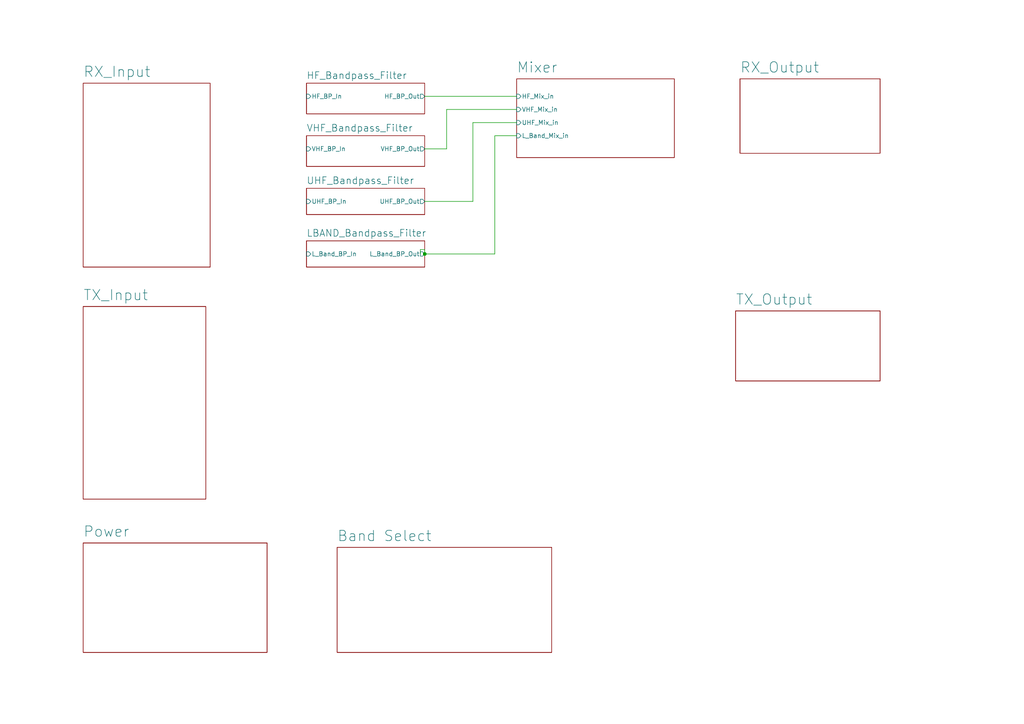
<source format=kicad_sch>
(kicad_sch (version 20230121) (generator eeschema)
  (paper "A4")
  (title_block (title "PLUTO RF Card Front-End") (rev " 001") (company "Steves Custom Computers"))
  (lib_symbols)
  (junction (at 123.19 73.66))
  (wire (pts (xy 123.19 43.18) (xy 129.54 43.18)))
  (wire (pts (xy 123.19 27.94) (xy 149.86 27.94)))
  (wire (pts (xy 143.51 73.66) (xy 143.51 39.37)))
  (wire (pts (xy 123.19 58.42) (xy 137.16 58.42)))
  (wire (pts (xy 129.54 43.18) (xy 129.54 31.75)))
  (wire (pts (xy 137.16 58.42) (xy 137.16 35.56)))
  (wire (pts (xy 123.19 72.39) (xy 123.19 73.66)))
  (wire (pts (xy 123.19 72.39) (xy 121.92 72.39)))
  (wire (pts (xy 129.54 31.75) (xy 149.86 31.75)))
  (wire (pts (xy 123.19 73.66) (xy 143.51 73.66)))
  (wire (pts (xy 143.51 39.37) (xy 149.86 39.37)))
  (wire (pts (xy 137.16 35.56) (xy 149.86 35.56)))
  (wire (pts (xy 121.92 72.39) (xy 121.92 73.66)))
  (sheet (at 24.13 88.9) (size 35.56 55.88) (stroke (width 0.1524))
    (property "Sheetname" "TX_Input" (at 24.13 87.3234 0) (effects (font (size 3 3)) (justify left bottom)))
    (property "Sheetfile" "tx_input.kicad_sch" (effects hide))
  )
  (sheet (at 88.9 39.37) (size 34.29 8.89) (stroke (width 0.1524))
    (property "Sheetname" "VHF_Bandpass_Filter" (at 88.9 38.2934 0) (effects (font (size 2 2)) (justify left bottom)))
    (property "Sheetfile" "VHF_Bandpass_Filter.kicad_sch" (effects hide))
    (pin "VHF_BP_Out" output (at 123.19 43.18 0))
    (pin "VHF_BP_In" input (at 88.9 43.18 180))
  )
  (sheet (at 149.86 22.86) (size 45.72 22.86) (stroke (width 0.1524))
    (property "Sheetname" "Mixer" (at 149.86 21.2834 0) (effects (font (size 3 3)) (justify left bottom)))
    (property "Sheetfile" "Mixer.kicad_sch" (effects hide))
    (pin "HF_Mix_in" input (at 149.86 27.94 180))
    (pin "UHF_Mix_in" input (at 149.86 35.56 180))
    (pin "L_Band_Mix_in" input (at 149.86 39.37 180))
    (pin "VHF_Mix_in" input (at 149.86 31.75 180))
  )
  (sheet (at 213.36 90.17) (size 41.91 20.32) (stroke (width 0.1524))
    (property "Sheetname" "TX_Output" (at 213.36 88.5934 0) (effects (font (size 3 3)) (justify left bottom)))
    (property "Sheetfile" "tx_output.kicad_sch" (effects hide))
  )
  (sheet (at 214.63 22.86) (size 40.64 21.59) (stroke (width 0.1524))
    (property "Sheetname" "RX_Output" (at 214.63 21.2834 0) (effects (font (size 3 3)) (justify left bottom)))
    (property "Sheetfile" "rx_output.kicad_sch" (effects hide))
  )
  (sheet (at 88.9 54.61) (size 34.29 7.62) (stroke (width 0.1524))
    (property "Sheetname" "UHF_Bandpass_Filter" (at 88.9 53.5334 0) (effects (font (size 2 2)) (justify left bottom)))
    (property "Sheetfile" "uhf_bandpass_filter.kicad_sch" (effects hide))
    (pin "UHF_BP_Out" output (at 123.19 58.42 0))
    (pin "UHF_BP_In" input (at 88.9 58.42 180))
  )
  (sheet (at 88.9 24.13) (size 34.29 8.89) (stroke (width 0.1524))
    (property "Sheetname" "HF_Bandpass_Filter" (at 88.9 23.0534 0) (effects (font (size 2 2)) (justify left bottom)))
    (property "Sheetfile" "hf_bandpass.kicad_sch" (effects hide))
    (pin "HF_BP_In" input (at 88.9 27.94 180))
    (pin "HF_BP_Out" output (at 123.19 27.94 0))
  )
  (sheet (at 24.13 24.13) (size 36.83 53.34) (stroke (width 0.1524))
    (property "Sheetname" "RX_Input" (at 24.13 22.5534 0) (effects (font (size 3 3)) (justify left bottom)))
    (property "Sheetfile" "RX_Input.kicad_sch" (effects hide))
  )
  (sheet (at 24.13 157.48) (size 53.34 31.75) (stroke (width 0.1524))
    (property "Sheetname" "Power" (at 24.13 155.9034 0) (effects (font (size 3 3)) (justify left bottom)))
    (property "Sheetfile" "power.kicad_sch" (effects hide))
  )
  (sheet (at 97.79 158.75) (size 62.23 30.48) (stroke (width 0.1524))
    (property "Sheetname" "Band Select" (at 97.79 157.1734 0) (effects (font (size 3 3)) (justify left bottom)))
    (property "Sheetfile" "band_select.kicad_sch" (effects hide))
  )
  (sheet (at 88.9 69.85) (size 34.29 7.62) (stroke (width 0.1524))
    (property "Sheetname" "LBAND_Bandpass_Filter" (at 88.9 68.7734 0) (effects (font (size 2 2)) (justify left bottom)))
    (property "Sheetfile" "lband_bp_filter.kicad_sch" (effects hide))
    (pin "L_Band_BP_Out" output (at 123.19 73.66 0))
    (pin "L_Band_BP_In" input (at 88.9 73.66 180))
  )
)
</source>
